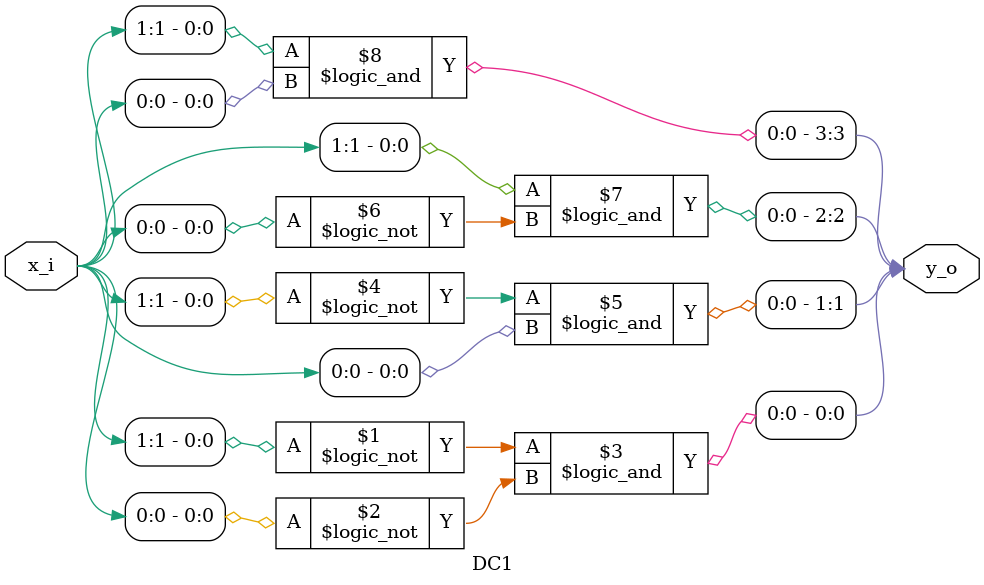
<source format=v>
module DC1
(
  input   [1:0]  x_i,
  
  output  [3:0]  y_o
);
 
  assign y_o[0] = !x_i[1] && !x_i[0];
  assign y_o[1] = !x_i[1] &&  x_i[0];
  assign y_o[2] =  x_i[1] && !x_i[0];
  assign y_o[3] =  x_i[1] &&  x_i[0];
  
endmodule 

</source>
